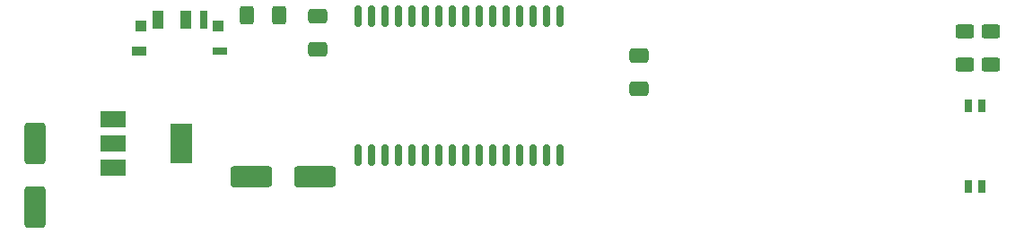
<source format=gtp>
%TF.GenerationSoftware,KiCad,Pcbnew,8.0.6-8.0.6-0~ubuntu24.04.1*%
%TF.CreationDate,2024-11-30T23:26:36+01:00*%
%TF.ProjectId,qlexternal512kram_MIX,716c6578-7465-4726-9e61-6c3531326b72,3*%
%TF.SameCoordinates,Original*%
%TF.FileFunction,Paste,Top*%
%TF.FilePolarity,Positive*%
%FSLAX46Y46*%
G04 Gerber Fmt 4.6, Leading zero omitted, Abs format (unit mm)*
G04 Created by KiCad (PCBNEW 8.0.6-8.0.6-0~ubuntu24.04.1) date 2024-11-30 23:26:36*
%MOMM*%
%LPD*%
G01*
G04 APERTURE LIST*
G04 Aperture macros list*
%AMRoundRect*
0 Rectangle with rounded corners*
0 $1 Rounding radius*
0 $2 $3 $4 $5 $6 $7 $8 $9 X,Y pos of 4 corners*
0 Add a 4 corners polygon primitive as box body*
4,1,4,$2,$3,$4,$5,$6,$7,$8,$9,$2,$3,0*
0 Add four circle primitives for the rounded corners*
1,1,$1+$1,$2,$3*
1,1,$1+$1,$4,$5*
1,1,$1+$1,$6,$7*
1,1,$1+$1,$8,$9*
0 Add four rect primitives between the rounded corners*
20,1,$1+$1,$2,$3,$4,$5,0*
20,1,$1+$1,$4,$5,$6,$7,0*
20,1,$1+$1,$6,$7,$8,$9,0*
20,1,$1+$1,$8,$9,$2,$3,0*%
G04 Aperture macros list end*
%ADD10RoundRect,0.312500X-0.687500X1.662500X-0.687500X-1.662500X0.687500X-1.662500X0.687500X1.662500X0*%
%ADD11RoundRect,0.312500X-1.662500X-0.687500X1.662500X-0.687500X1.662500X0.687500X-1.662500X0.687500X0*%
%ADD12R,1.350000X0.830000*%
%ADD13R,1.000000X1.120000*%
%ADD14R,1.350000X0.800000*%
%ADD15R,1.100000X1.820000*%
%ADD16R,0.700000X1.820000*%
%ADD17R,2.350000X1.500000*%
%ADD18R,2.000000X3.800000*%
%ADD19R,2.350000X1.550000*%
%ADD20RoundRect,0.250000X-0.650000X0.412500X-0.650000X-0.412500X0.650000X-0.412500X0.650000X0.412500X0*%
%ADD21RoundRect,0.250000X-0.625000X0.400000X-0.625000X-0.400000X0.625000X-0.400000X0.625000X0.400000X0*%
%ADD22R,0.760000X1.270000*%
%ADD23RoundRect,0.250000X0.400000X0.625000X-0.400000X0.625000X-0.400000X-0.625000X0.400000X-0.625000X0*%
%ADD24RoundRect,0.150000X0.150000X-0.875000X0.150000X0.875000X-0.150000X0.875000X-0.150000X-0.875000X0*%
G04 APERTURE END LIST*
D10*
%TO.C,C1*%
X97900000Y-75920000D03*
X97900000Y-81970000D03*
%TD*%
D11*
%TO.C,C2*%
X118295000Y-79025000D03*
X124345000Y-79025000D03*
%TD*%
D12*
%TO.C,SW2*%
X107715000Y-67220000D03*
D13*
X107890000Y-64865000D03*
X115190000Y-64865000D03*
D14*
X115365000Y-67235000D03*
D15*
X109490000Y-64215000D03*
X112090000Y-64215000D03*
D16*
X113790000Y-64215000D03*
%TD*%
D17*
%TO.C,U3*%
X105245929Y-73605360D03*
X105245929Y-75905360D03*
D18*
X111720929Y-75905360D03*
D19*
X105245929Y-78180360D03*
%TD*%
D20*
%TO.C,C4*%
X154900000Y-67662500D03*
X154900000Y-70787500D03*
%TD*%
%TO.C,C3*%
X124590000Y-63902500D03*
X124590000Y-67027500D03*
%TD*%
D21*
%TO.C,R2*%
X188040000Y-65375000D03*
X188040000Y-68475000D03*
%TD*%
D22*
%TO.C,SW1*%
X185995000Y-79955000D03*
X187265000Y-79955000D03*
X187265000Y-72335000D03*
X185995000Y-72335000D03*
%TD*%
D23*
%TO.C,R3*%
X120970000Y-63835000D03*
X117870000Y-63835000D03*
%TD*%
D21*
%TO.C,R1*%
X185600000Y-65375000D03*
X185600000Y-68475000D03*
%TD*%
D24*
%TO.C,U1*%
X128365000Y-77035000D03*
X129635000Y-77035000D03*
X130905000Y-77035000D03*
X132175000Y-77035000D03*
X133445000Y-77035000D03*
X134715000Y-77035000D03*
X135985000Y-77035000D03*
X137255000Y-77035000D03*
X138525000Y-77035000D03*
X139795000Y-77035000D03*
X141065000Y-77035000D03*
X142335000Y-77035000D03*
X143605000Y-77035000D03*
X144875000Y-77035000D03*
X146145000Y-77035000D03*
X147415000Y-77035000D03*
X147415000Y-63935000D03*
X146145000Y-63935000D03*
X144875000Y-63935000D03*
X143605000Y-63935000D03*
X142335000Y-63935000D03*
X141065000Y-63935000D03*
X139795000Y-63935000D03*
X138525000Y-63935000D03*
X137255000Y-63935000D03*
X135985000Y-63935000D03*
X134715000Y-63935000D03*
X133445000Y-63935000D03*
X132175000Y-63935000D03*
X130905000Y-63935000D03*
X129635000Y-63935000D03*
X128365000Y-63935000D03*
%TD*%
M02*

</source>
